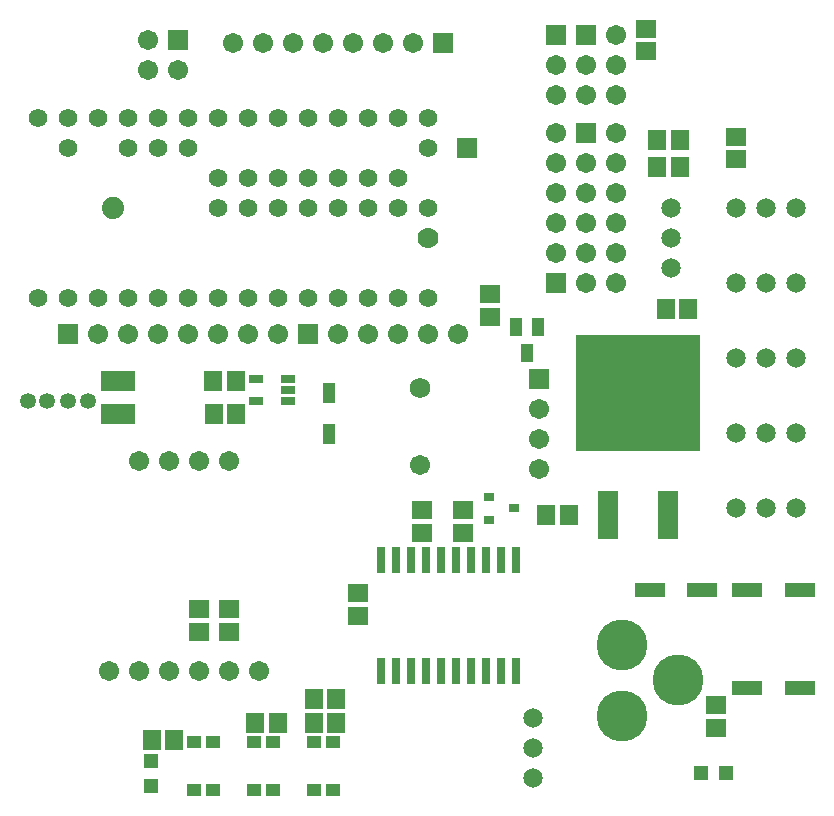
<source format=gts>
G04 DipTrace Beta 2.9.0.1*
G04 TeensyArbotixProV3.gts*
%MOIN*%
G04 #@! TF.FileFunction,Soldermask,Top*
G04 #@! TF.Part,Single*
%ADD13C,0.04*%
%ADD33C,0.065199*%
%ADD37R,0.1X0.05*%
%ADD43C,0.17*%
%ADD45C,0.074*%
%ADD46R,0.047244X0.047244*%
%ADD47C,0.05315*%
%ADD53R,0.035433X0.031496*%
%ADD55C,0.06194*%
%ADD70C,0.069972*%
%ADD72R,0.031654X0.086772*%
%ADD76R,0.051339X0.031654*%
%ADD78C,0.068032*%
%ADD82R,0.417481X0.389922*%
%ADD84R,0.067087X0.163544*%
%ADD86R,0.041497X0.059213*%
%ADD96R,0.039528X0.071024*%
%ADD98R,0.047402X0.043465*%
%ADD100R,0.067087X0.067087*%
%ADD102R,0.114331X0.071024*%
%ADD106R,0.059213X0.067087*%
%ADD108C,0.067087*%
%ADD112R,0.067087X0.059213*%
%FSLAX26Y26*%
G04*
G70*
G90*
G75*
G01*
G04 TopMask*
%LPD*%
D112*
X1567297Y1159943D3*
Y1085139D3*
D33*
X2150866Y744016D3*
Y644016D3*
Y544016D3*
D108*
X835866Y901752D3*
X935866D3*
X1035866D3*
X735866D3*
X935866Y1601752D3*
X1035866D3*
X1135866D3*
X835866D3*
X1135866Y901752D3*
X1235866D3*
D106*
X2592866Y2106347D3*
X2667670D3*
D37*
X2538366Y1169016D3*
X2713366D3*
X2863366Y844016D3*
X3038366D3*
D112*
X2525866Y3041462D3*
Y2966659D3*
D102*
X766583Y1866687D3*
Y1756450D3*
D37*
X2863366Y1169016D3*
X3038366D3*
D100*
X1850866Y2994016D3*
D108*
X1750866D3*
X1650866D3*
X1550866D3*
X1450866D3*
X1350866D3*
X1250866D3*
X1150866D3*
D100*
X2325866Y2694016D3*
D108*
X2425866D3*
X2325866Y2594016D3*
X2425866D3*
X2325866Y2494016D3*
X2425866D3*
X2325866Y2394016D3*
X2425866D3*
X2325866Y2294016D3*
X2425866D3*
X2325866Y2194016D3*
X2425866D3*
D100*
X2225866D3*
D108*
Y2294016D3*
Y2394016D3*
Y2494016D3*
Y2594016D3*
Y2694016D3*
D100*
X2325866Y3019016D3*
D108*
X2425866D3*
X2325866Y2919016D3*
X2425866D3*
X2325866Y2819016D3*
X2425866D3*
D100*
X2225866Y3019016D3*
D108*
Y2919016D3*
Y2819016D3*
D98*
X1082362Y503307D3*
Y664725D3*
X1019370D3*
Y503307D3*
D96*
X1470969Y1691691D3*
Y1825549D3*
D100*
X1930866Y2644016D3*
D43*
X2446866Y987016D3*
Y750796D3*
X2631906Y868906D3*
D100*
X2170866Y1874016D3*
D108*
Y1774016D3*
Y1674016D3*
Y1574016D3*
D100*
X965866Y3002016D3*
D108*
Y2902016D3*
X865866Y3002016D3*
Y2902016D3*
D13*
X750866Y2444016D3*
D45*
D3*
D33*
X3025866Y1444016D3*
X2925866D3*
X2825866D3*
X3025866Y1694016D3*
X2925866D3*
X2825866D3*
X3025866Y1944016D3*
X2925866D3*
X2825866D3*
X3025866Y2194016D3*
X2925866D3*
X2825866D3*
X3025866Y2444016D3*
X2925866D3*
X2825866D3*
X2610866Y2244016D3*
Y2344016D3*
Y2444016D3*
D100*
X600866Y2024016D3*
D108*
X700866D3*
X800866D3*
X900866D3*
X1000866D3*
X1100866D3*
X1200866D3*
X1300866D3*
D100*
X1400866D3*
D108*
X1500866D3*
X1600866D3*
X1700866D3*
X1800866D3*
X1900866D3*
D46*
X875866Y599355D3*
Y516677D3*
D47*
X465866Y1800383D3*
X530866D3*
X600866D3*
X665866D3*
D46*
X2709528Y559016D3*
X2792205D3*
D86*
X2166866Y2047016D3*
X2092063D3*
X2129465Y1960402D3*
D84*
X2400864Y1419666D3*
X2600866Y1419646D3*
D82*
X2500866Y1825197D3*
D53*
X2004537Y1479525D3*
Y1404722D3*
X2087214Y1442124D3*
D106*
X2638268Y2581462D3*
X2563465D3*
Y2669016D3*
X2638268D3*
X1159866Y1756016D3*
X1085063D3*
D112*
X2758866Y711614D3*
Y786418D3*
D106*
X2268268Y1419016D3*
X2193465D3*
D112*
X1135866Y1106418D3*
Y1031614D3*
X1035866Y1106418D3*
Y1031614D3*
X1780866Y1361614D3*
Y1436418D3*
X2005519Y2080689D3*
Y2155492D3*
X2825866Y2681418D3*
Y2606614D3*
X1916702Y1360712D3*
Y1435515D3*
D106*
X1418404Y808273D3*
X1493208D3*
X1224666Y728113D3*
X1299469D3*
X1418404Y728247D3*
X1493208D3*
X1083866Y1866065D3*
X1158670D3*
X878465Y671275D3*
X953268D3*
D98*
X1282362Y503307D3*
Y664725D3*
X1219370D3*
Y503307D3*
X1419370Y664725D3*
Y503307D3*
X1482362D3*
Y664725D3*
D78*
X1772914Y1842016D3*
D108*
Y1586063D3*
D76*
X1332866Y1800016D3*
Y1837418D3*
Y1874819D3*
X1226567D3*
Y1800016D3*
D55*
X500866Y2144016D3*
X600866D3*
X700866D3*
X800866D3*
X900866D3*
X1000866D3*
X1100866D3*
X1200866D3*
X1300866D3*
X1400866D3*
X1500866D3*
X1600866D3*
X1700866D3*
X1800866D3*
Y2444016D3*
Y2644016D3*
Y2744016D3*
X1700866D3*
X1600866D3*
X1500866D3*
X1400866D3*
X1300866D3*
X1200866D3*
X1100866D3*
X1000866D3*
X900866D3*
X800866D3*
X700866D3*
X600866D3*
X500866D3*
X600866Y2644016D3*
X800866D3*
X900866D3*
X1000866D3*
X1700866Y2444016D3*
Y2544016D3*
X1600866Y2444016D3*
X1500866D3*
X1400866D3*
X1300866D3*
X1600866Y2544016D3*
X1500866D3*
X1400866D3*
X1300866D3*
X1200866D3*
X1100866D3*
X1200866Y2444016D3*
X1100866D3*
D72*
X1643202Y901332D3*
X1693202D3*
X1743202D3*
X1793202D3*
X1843202D3*
X1893202D3*
X1943202D3*
X1993202D3*
X2043202D3*
X2093202D3*
Y1271411D3*
X2043202D3*
X1993202D3*
X1943202D3*
X1893202D3*
X1843202D3*
X1793202D3*
X1743202D3*
X1693202D3*
X1643202D3*
D70*
X1800866Y2344016D3*
M02*

</source>
